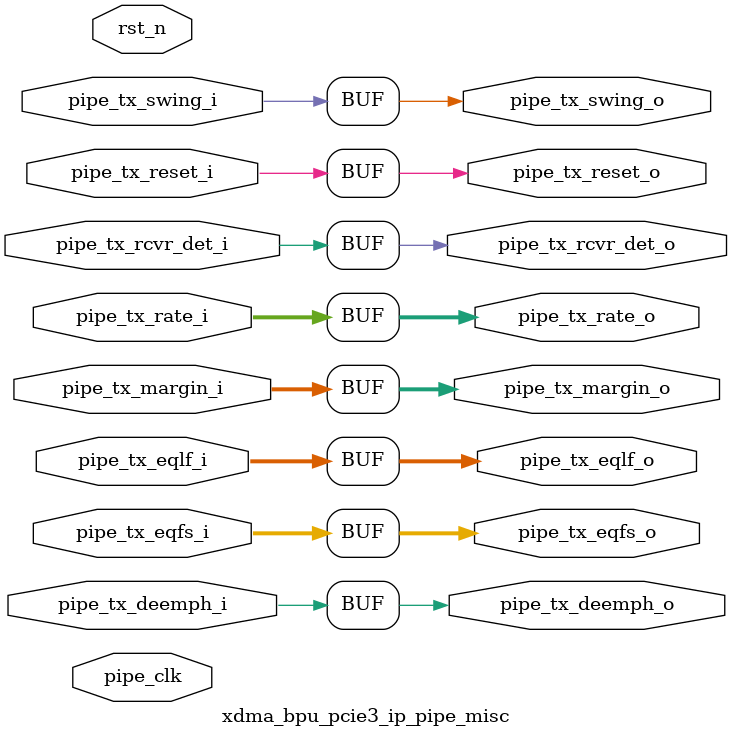
<source format=v>


`timescale 1ps/1ps

(* DowngradeIPIdentifiedWarnings = "yes" *)
module xdma_bpu_pcie3_ip_pipe_misc 
 #(
  parameter TCQ = 100,
  parameter PIPE_PIPELINE_STAGES = 0
  ) (
  input  wire         pipe_tx_rcvr_det_i,
  input  wire         pipe_tx_reset_i,
  input  wire   [1:0] pipe_tx_rate_i,
  input  wire         pipe_tx_deemph_i,
  input  wire   [2:0] pipe_tx_margin_i,
  input  wire         pipe_tx_swing_i,
  input  wire   [5:0] pipe_tx_eqfs_i,
  input  wire   [5:0] pipe_tx_eqlf_i,
  output wire         pipe_tx_rcvr_det_o,
  output wire         pipe_tx_reset_o,
  output wire   [1:0] pipe_tx_rate_o,
  output wire         pipe_tx_deemph_o,
  output wire   [2:0] pipe_tx_margin_o,
  output wire         pipe_tx_swing_o,
  output wire   [5:0] pipe_tx_eqfs_o,
  output wire   [5:0] pipe_tx_eqlf_o,
  input  wire         pipe_clk,
  input  wire         rst_n
  );

  reg                 pipe_tx_rcvr_det_q;
  reg                 pipe_tx_reset_q;
  reg           [1:0] pipe_tx_rate_q;
  reg                 pipe_tx_deemph_q;
  reg           [2:0] pipe_tx_margin_q;
  reg                 pipe_tx_swing_q;
  reg           [5:0] pipe_tx_eqfs_q;
  reg           [5:0] pipe_tx_eqlf_q;
  reg                 pipe_tx_rcvr_det_qq;
  reg                 pipe_tx_reset_qq;
  reg           [1:0] pipe_tx_rate_qq;
  reg                 pipe_tx_deemph_qq;
  reg           [2:0] pipe_tx_margin_qq;
  reg                 pipe_tx_swing_qq;
  reg           [5:0] pipe_tx_eqfs_qq;
  reg           [5:0] pipe_tx_eqlf_qq;

  generate
    if (PIPE_PIPELINE_STAGES == 0)
    begin : pipe_stages_0
      assign pipe_tx_rcvr_det_o = pipe_tx_rcvr_det_i;
      assign pipe_tx_reset_o = pipe_tx_reset_i;
      assign pipe_tx_rate_o = pipe_tx_rate_i;
      assign pipe_tx_deemph_o = pipe_tx_deemph_i;
      assign pipe_tx_margin_o = pipe_tx_margin_i;
      assign pipe_tx_swing_o = pipe_tx_swing_i;
      assign pipe_tx_eqfs_o = pipe_tx_eqfs_i;
      assign pipe_tx_eqlf_o = pipe_tx_eqlf_i;
    end
    else if (PIPE_PIPELINE_STAGES == 1)
    begin : pipe_stages_1
      always @(posedge pipe_clk)
      begin
        if (!rst_n)
        begin
          pipe_tx_rcvr_det_q <= #TCQ 1'b0;
          pipe_tx_reset_q <= #TCQ 1'b1;
          pipe_tx_rate_q <= #TCQ 2'b0;
          pipe_tx_deemph_q <= #TCQ 1'b1;
          pipe_tx_margin_q <= #TCQ 3'b0;
          pipe_tx_swing_q <= #TCQ 1'b0;
          pipe_tx_eqfs_q <= #TCQ 5'b0;
          pipe_tx_eqlf_q <= #TCQ 5'b0;
        end
        else
        begin
          pipe_tx_rcvr_det_q <= #TCQ pipe_tx_rcvr_det_i;
          pipe_tx_reset_q <= #TCQ pipe_tx_reset_i;
          pipe_tx_rate_q <= #TCQ pipe_tx_rate_i;
          pipe_tx_deemph_q <= #TCQ pipe_tx_deemph_i;
          pipe_tx_margin_q <= #TCQ pipe_tx_margin_i;
          pipe_tx_swing_q <= #TCQ pipe_tx_swing_i;
          pipe_tx_eqfs_q <= #TCQ pipe_tx_eqfs_i;
          pipe_tx_eqlf_q <= #TCQ pipe_tx_eqlf_i;
        end
      end
      assign pipe_tx_rcvr_det_o = pipe_tx_rcvr_det_q;
      assign pipe_tx_reset_o = pipe_tx_reset_q;
      assign pipe_tx_rate_o = pipe_tx_rate_q;
      assign pipe_tx_deemph_o = pipe_tx_deemph_q;
      assign pipe_tx_margin_o = pipe_tx_margin_q;
      assign pipe_tx_swing_o = pipe_tx_swing_q;
      assign pipe_tx_eqfs_o = pipe_tx_eqfs_q;
      assign pipe_tx_eqlf_o = pipe_tx_eqlf_q;
    end
    else if (PIPE_PIPELINE_STAGES == 2)
    begin : pipe_stages_2
      always @(posedge pipe_clk)
      begin
        if (!rst_n)
        begin
          pipe_tx_rcvr_det_q <= #TCQ 1'b0;
          pipe_tx_reset_q <= #TCQ 1'b1;
          pipe_tx_rate_q <= #TCQ 2'b0;
          pipe_tx_deemph_q <= #TCQ 1'b1;
          pipe_tx_margin_q <= #TCQ 1'b0;
          pipe_tx_swing_q <= #TCQ 1'b0;
          pipe_tx_eqfs_q <= #TCQ 5'b0;
          pipe_tx_eqlf_q <= #TCQ 5'b0;
          pipe_tx_rcvr_det_qq <= #TCQ 1'b0;
          pipe_tx_reset_qq <= #TCQ 1'b1;
          pipe_tx_rate_qq <= #TCQ 2'b0;
          pipe_tx_deemph_qq <= #TCQ 1'b1;
          pipe_tx_margin_qq <= #TCQ 1'b0;
          pipe_tx_swing_qq <= #TCQ 1'b0;
          pipe_tx_eqfs_qq <= #TCQ 5'b0;
          pipe_tx_eqlf_qq <= #TCQ 5'b0;
        end
        else
        begin
          pipe_tx_rcvr_det_q <= #TCQ pipe_tx_rcvr_det_i;
          pipe_tx_reset_q <= #TCQ pipe_tx_reset_i;
          pipe_tx_rate_q <= #TCQ pipe_tx_rate_i;
          pipe_tx_deemph_q <= #TCQ pipe_tx_deemph_i;
          pipe_tx_margin_q <= #TCQ pipe_tx_margin_i;
          pipe_tx_swing_q <= #TCQ pipe_tx_swing_i;
          pipe_tx_eqfs_q <= #TCQ pipe_tx_eqfs_i;
          pipe_tx_eqlf_q <= #TCQ pipe_tx_eqlf_i;
          pipe_tx_rcvr_det_qq <= #TCQ pipe_tx_rcvr_det_q;
          pipe_tx_reset_qq <= #TCQ pipe_tx_reset_q;
          pipe_tx_rate_qq <= #TCQ pipe_tx_rate_q;
          pipe_tx_deemph_qq <= #TCQ pipe_tx_deemph_q;
          pipe_tx_margin_qq <= #TCQ pipe_tx_margin_q;
          pipe_tx_swing_qq <= #TCQ pipe_tx_swing_q;
          pipe_tx_eqfs_qq <= #TCQ pipe_tx_eqfs_q;
          pipe_tx_eqlf_qq <= #TCQ pipe_tx_eqlf_q;
        end
      end
      assign pipe_tx_rcvr_det_o = pipe_tx_rcvr_det_qq;
      assign pipe_tx_reset_o = pipe_tx_reset_qq;
      assign pipe_tx_rate_o = pipe_tx_rate_qq;
      assign pipe_tx_deemph_o = pipe_tx_deemph_qq;
      assign pipe_tx_margin_o = pipe_tx_margin_qq;
      assign pipe_tx_swing_o = pipe_tx_swing_qq;
      assign pipe_tx_eqfs_o = pipe_tx_eqfs_qq;
      assign pipe_tx_eqlf_o = pipe_tx_eqlf_qq;
    end
    else
    begin
      assign pipe_tx_rcvr_det_o = pipe_tx_rcvr_det_i;
      assign pipe_tx_reset_o = pipe_tx_reset_i;
      assign pipe_tx_rate_o = pipe_tx_rate_i;
      assign pipe_tx_deemph_o = pipe_tx_deemph_i;
      assign pipe_tx_margin_o = pipe_tx_margin_i;
      assign pipe_tx_swing_o = pipe_tx_swing_i;
      assign pipe_tx_eqfs_o = pipe_tx_eqfs_i;
      assign pipe_tx_eqlf_o = pipe_tx_eqlf_i;
    end
  endgenerate

endmodule

</source>
